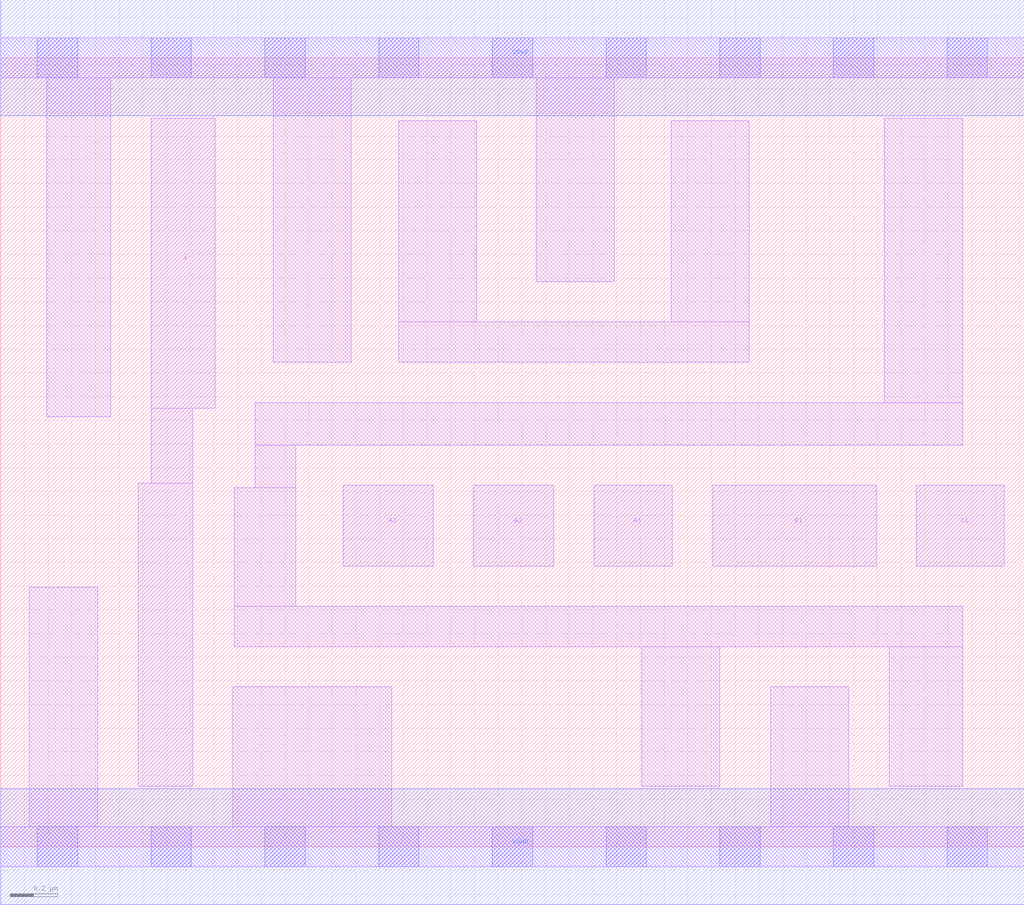
<source format=lef>
# Copyright 2020 The SkyWater PDK Authors
#
# Licensed under the Apache License, Version 2.0 (the "License");
# you may not use this file except in compliance with the License.
# You may obtain a copy of the License at
#
#     https://www.apache.org/licenses/LICENSE-2.0
#
# Unless required by applicable law or agreed to in writing, software
# distributed under the License is distributed on an "AS IS" BASIS,
# WITHOUT WARRANTIES OR CONDITIONS OF ANY KIND, either express or implied.
# See the License for the specific language governing permissions and
# limitations under the License.
#
# SPDX-License-Identifier: Apache-2.0

VERSION 5.7 ;
  NOWIREEXTENSIONATPIN ON ;
  DIVIDERCHAR "/" ;
  BUSBITCHARS "[]" ;
UNITS
  DATABASE MICRONS 200 ;
END UNITS
MACRO sky130_fd_sc_lp__a311o_2
  CLASS CORE ;
  FOREIGN sky130_fd_sc_lp__a311o_2 ;
  ORIGIN  0.000000  0.000000 ;
  SIZE  4.320000 BY  3.330000 ;
  SYMMETRY X Y R90 ;
  SITE unit ;
  PIN A1
    ANTENNAGATEAREA  0.315000 ;
    DIRECTION INPUT ;
    USE SIGNAL ;
    PORT
      LAYER li1 ;
        RECT 2.505000 1.185000 2.835000 1.525000 ;
    END
  END A1
  PIN A2
    ANTENNAGATEAREA  0.315000 ;
    DIRECTION INPUT ;
    USE SIGNAL ;
    PORT
      LAYER li1 ;
        RECT 1.995000 1.185000 2.335000 1.525000 ;
    END
  END A2
  PIN A3
    ANTENNAGATEAREA  0.315000 ;
    DIRECTION INPUT ;
    USE SIGNAL ;
    PORT
      LAYER li1 ;
        RECT 1.445000 1.185000 1.825000 1.525000 ;
    END
  END A3
  PIN B1
    ANTENNAGATEAREA  0.315000 ;
    DIRECTION INPUT ;
    USE SIGNAL ;
    PORT
      LAYER li1 ;
        RECT 3.005000 1.185000 3.695000 1.525000 ;
    END
  END B1
  PIN C1
    ANTENNAGATEAREA  0.315000 ;
    DIRECTION INPUT ;
    USE SIGNAL ;
    PORT
      LAYER li1 ;
        RECT 3.865000 1.185000 4.235000 1.525000 ;
    END
  END C1
  PIN X
    ANTENNADIFFAREA  0.588000 ;
    DIRECTION OUTPUT ;
    USE SIGNAL ;
    PORT
      LAYER li1 ;
        RECT 0.580000 0.255000 0.810000 1.535000 ;
        RECT 0.635000 1.535000 0.810000 1.850000 ;
        RECT 0.635000 1.850000 0.905000 3.075000 ;
    END
  END X
  PIN VGND
    DIRECTION INOUT ;
    USE GROUND ;
    PORT
      LAYER met1 ;
        RECT 0.000000 -0.245000 4.320000 0.245000 ;
    END
  END VGND
  PIN VPWR
    DIRECTION INOUT ;
    USE POWER ;
    PORT
      LAYER met1 ;
        RECT 0.000000 3.085000 4.320000 3.575000 ;
    END
  END VPWR
  OBS
    LAYER li1 ;
      RECT 0.000000 -0.085000 4.320000 0.085000 ;
      RECT 0.000000  3.245000 4.320000 3.415000 ;
      RECT 0.120000  0.085000 0.410000 1.095000 ;
      RECT 0.195000  1.815000 0.465000 3.245000 ;
      RECT 0.980000  0.085000 1.650000 0.675000 ;
      RECT 0.985000  0.845000 4.060000 1.015000 ;
      RECT 0.985000  1.015000 1.245000 1.515000 ;
      RECT 1.075000  1.515000 1.245000 1.695000 ;
      RECT 1.075000  1.695000 4.060000 1.875000 ;
      RECT 1.150000  2.045000 1.480000 3.245000 ;
      RECT 1.680000  2.045000 3.160000 2.215000 ;
      RECT 1.680000  2.215000 2.010000 3.065000 ;
      RECT 2.260000  2.385000 2.590000 3.245000 ;
      RECT 2.705000  0.255000 3.035000 0.845000 ;
      RECT 2.830000  2.215000 3.160000 3.065000 ;
      RECT 3.250000  0.085000 3.580000 0.675000 ;
      RECT 3.730000  1.875000 4.060000 3.075000 ;
      RECT 3.750000  0.255000 4.060000 0.845000 ;
    LAYER mcon ;
      RECT 0.155000 -0.085000 0.325000 0.085000 ;
      RECT 0.155000  3.245000 0.325000 3.415000 ;
      RECT 0.635000 -0.085000 0.805000 0.085000 ;
      RECT 0.635000  3.245000 0.805000 3.415000 ;
      RECT 1.115000 -0.085000 1.285000 0.085000 ;
      RECT 1.115000  3.245000 1.285000 3.415000 ;
      RECT 1.595000 -0.085000 1.765000 0.085000 ;
      RECT 1.595000  3.245000 1.765000 3.415000 ;
      RECT 2.075000 -0.085000 2.245000 0.085000 ;
      RECT 2.075000  3.245000 2.245000 3.415000 ;
      RECT 2.555000 -0.085000 2.725000 0.085000 ;
      RECT 2.555000  3.245000 2.725000 3.415000 ;
      RECT 3.035000 -0.085000 3.205000 0.085000 ;
      RECT 3.035000  3.245000 3.205000 3.415000 ;
      RECT 3.515000 -0.085000 3.685000 0.085000 ;
      RECT 3.515000  3.245000 3.685000 3.415000 ;
      RECT 3.995000 -0.085000 4.165000 0.085000 ;
      RECT 3.995000  3.245000 4.165000 3.415000 ;
  END
END sky130_fd_sc_lp__a311o_2
END LIBRARY

</source>
